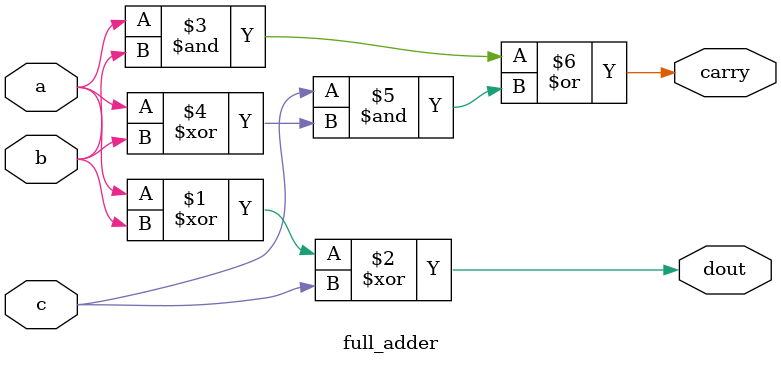
<source format=v>
`default_nettype none

module tt_um_SarpHS_array_mult (
    input  wire [7:0] ui_in,    // 8 input pins from Tiny Tapeout
    output wire [7:0] uo_out,   // 8 output pins to Tiny Tapeout
    input  wire [7:0] uio_in,   // IOs: Input path (unused)
    output wire [7:0] uio_out,  // IOs: Output path (unused)
    output wire [7:0] uio_oe,   // IOs: Enable path (unused)
    input  wire       ena,      // always 1 when the design is powered, so you can ignore it
    input  wire       clk,      // clock
    input  wire       rst_n     // reset_n - low to reset
);

    // Define inputs for operands
    wire [3:0] m = ui_in[3:0];
    wire [3:0] q = ui_in[7:4];
    wire [7:0] p;
    wire [12:0] temp_carry;
    wire [12:0] temp_adds;

    // Partial products and addition chain
    assign p[0] = m[0] & q[0];

    full_adder f1((m[1] & q[0]), (m[0] & q[1]), 1'b0, p[1], temp_carry[0]);
    full_adder f2((m[2] & q[0]), (m[1] & q[1]), temp_carry[0], temp_adds[0], temp_carry[1]);
    full_adder f3((m[3] & q[0]), (m[2] & q[1]), temp_carry[1], temp_adds[1], temp_carry[2]);
    full_adder f4(1'b0, (m[3] & q[1]), temp_carry[2], temp_adds[2], temp_carry[3]);

    full_adder f5(temp_adds[0], (m[0] & q[2]), 1'b0, p[2], temp_carry[4]);
    full_adder f6(temp_adds[1], (m[1] & q[2]), temp_carry[4], temp_adds[3], temp_carry[5]);
    full_adder f7(temp_adds[2], (m[2] & q[2]), temp_carry[5], temp_adds[4], temp_carry[6]);
    full_adder f8(temp_carry[3], (m[3] & q[2]), temp_carry[6], temp_adds[5], temp_carry[7]);

    full_adder f9(temp_adds[3], (m[0] & q[3]), 1'b0, p[3], temp_carry[8]);
    full_adder f10(temp_adds[4], (m[1] & q[3]), temp_carry[8], p[4], temp_carry[9]);
    full_adder f11(temp_adds[5], (m[2] & q[3]), temp_carry[9], p[5], temp_carry[10]);
    full_adder f12(temp_carry[7], (m[3] & q[3]), temp_carry[10], p[6], p[7]);

    // Assign product to output
    assign uo_out = p;

    // Unused outputs
    assign uio_out = 8'b0;
    assign uio_oe  = 8'b0;

    // List all unused inputs to prevent warnings
    wire _unused = &{ena, clk, rst_n, uio_in, 1'b0};

endmodule

// Full Adder Module
module full_adder(
    input a,
    input b,
    input c,
    output dout,
    output carry
);
    assign dout = a ^ b ^ c;
    assign carry = (a & b) | (c & (a ^ b));
endmodule

`default_nettype wire

</source>
